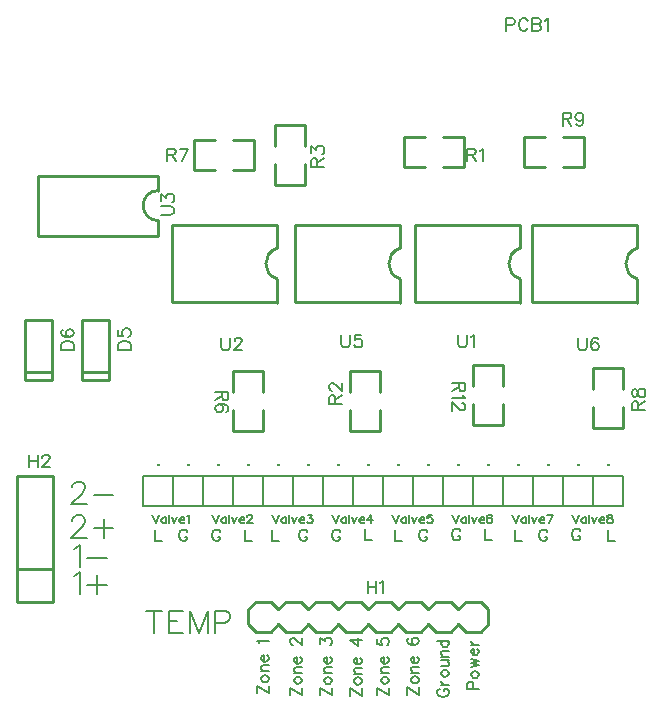
<source format=gto>
G04 ---------------------------- Layer name :TOP SILK LAYER*
G04 Sat, 24 Nov 2018 04:00:05 GMT*
G04 67e7144068ef4060983f5ba8a8309223*
G04 Gerber Generator version 0.2*
G04 Scale: 100 percent, Rotated: No, Reflected: No *
G04 Dimensions in inches *
G04 leading zeros omitted , absolute positions ,2 integer and 4 decimal *
%FSLAX24Y24*%
%MOIN*%
G90*
G70D02*

%ADD10C,0.010000*%
%ADD30C,0.009000*%
%ADD31C,0.008000*%
%ADD32C,0.007992*%
%ADD33C,0.007000*%

G04 ---------------------------- copperAreaA Start*

G04 ---------------------------- copperAreaA End*

G04 ---------------------------- planeZoneA Start*

G04 ---------------------------- planeZoneA End*

G04 ---------------------------- Positive polarity*

%LPD*%

G04 ---------------------------- track start*
G54D10*
G01X1200Y17600D02*
G01X1200Y15600D01*
G01X1200Y15600D02*
G01X5200Y15600D01*
G01X1200Y17600D02*
G01X5200Y17600D01*
G01X5200Y17600D02*
G01X5200Y17100D01*
G01X5200Y16100D02*
G01X5200Y15600D01*
G54D30*
G01X3550Y12800D02*
G01X3550Y10800D01*
G01X2650Y10800D01*
G01X2650Y12800D01*
G01X3550Y12800D01*
G01X3550Y11050D02*
G01X2650Y11050D01*
G01X1650Y12800D02*
G01X1650Y10800D01*
G01X750Y10800D01*
G01X750Y12800D01*
G01X1650Y12800D01*
G01X1650Y11050D02*
G01X750Y11050D01*
G54D10*
G01X21157Y13369D02*
G01X18064Y13369D01*
G01X17653Y13369D01*
G01X17653Y13369D02*
G01X17653Y15967D01*
G01X21157Y15967D02*
G01X17653Y15967D01*
G01X21157Y13365D02*
G01X21157Y14157D01*
G01X21157Y15173D02*
G01X21157Y15963D01*
G01X500Y3400D02*
G01X500Y7600D01*
G01X1700Y7600D01*
G01X1700Y3400D01*
G01X500Y3400D01*
G01X500Y4500D02*
G01X1700Y4500D01*
G01X8200Y2650D02*
G01X8200Y3150D01*
G01X15200Y3150D02*
G01X15450Y3400D01*
G01X15950Y3400D01*
G01X16200Y3150D01*
G01X16200Y2650D02*
G01X16200Y3150D01*
G01X8200Y2650D02*
G01X8450Y2400D01*
G01X8950Y2400D01*
G01X9200Y2650D01*
G01X8200Y3150D02*
G01X8450Y3400D01*
G01X8950Y3400D01*
G01X9200Y3150D01*
G01X9200Y2650D02*
G01X9450Y2400D01*
G01X9950Y2400D01*
G01X10200Y2650D01*
G01X9200Y3150D02*
G01X9450Y3400D01*
G01X9950Y3400D01*
G01X10200Y3150D01*
G01X10200Y2650D02*
G01X10450Y2400D01*
G01X10950Y2400D01*
G01X11200Y2650D01*
G01X10200Y3150D02*
G01X10450Y3400D01*
G01X10950Y3400D01*
G01X11200Y3150D01*
G01X11200Y2650D02*
G01X11450Y2400D01*
G01X11950Y2400D01*
G01X12200Y2650D01*
G01X11200Y3150D02*
G01X11450Y3400D01*
G01X11950Y3400D01*
G01X12200Y3150D01*
G01X12200Y2650D02*
G01X12450Y2400D01*
G01X12950Y2400D01*
G01X13200Y2650D01*
G01X12200Y3150D02*
G01X12450Y3400D01*
G01X12950Y3400D01*
G01X13200Y3150D01*
G01X13200Y2650D02*
G01X13450Y2400D01*
G01X13950Y2400D01*
G01X14200Y2650D01*
G01X13200Y3150D02*
G01X13450Y3400D01*
G01X13950Y3400D01*
G01X14200Y3150D01*
G01X14200Y2650D02*
G01X14450Y2400D01*
G01X14950Y2400D01*
G01X15200Y2650D01*
G01X14200Y3150D02*
G01X14450Y3400D01*
G01X14950Y3400D01*
G01X15200Y3150D01*
G01X15200Y2650D02*
G01X15450Y2400D01*
G01X15950Y2400D01*
G01X16200Y2650D01*
G01X10100Y18600D02*
G01X10100Y19300D01*
G01X9100Y19300D01*
G01X9100Y18600D01*
G01X9100Y18000D02*
G01X9100Y17300D01*
G01X10100Y17300D01*
G01X10100Y18000D01*
G01X14100Y18900D02*
G01X13400Y18900D01*
G01X13400Y17900D01*
G01X14100Y17900D01*
G01X14700Y17900D02*
G01X15400Y17900D01*
G01X15400Y18900D01*
G01X14700Y18900D01*
G01X18100Y18900D02*
G01X17400Y18900D01*
G01X17400Y17900D01*
G01X18100Y17900D01*
G01X18700Y17900D02*
G01X19400Y17900D01*
G01X19400Y18900D01*
G01X18700Y18900D01*
G01X8700Y10400D02*
G01X8700Y11100D01*
G01X7700Y11100D01*
G01X7700Y10400D01*
G01X7700Y9800D02*
G01X7700Y9100D01*
G01X8700Y9100D01*
G01X8700Y9800D01*
G01X9157Y13369D02*
G01X6064Y13369D01*
G01X5653Y13369D01*
G01X5653Y13369D02*
G01X5653Y15967D01*
G01X9157Y15967D02*
G01X5653Y15967D01*
G01X9157Y13365D02*
G01X9157Y14157D01*
G01X9157Y15173D02*
G01X9157Y15963D01*
G01X7100Y18800D02*
G01X6400Y18800D01*
G01X6400Y17800D01*
G01X7100Y17800D01*
G01X7700Y17800D02*
G01X8400Y17800D01*
G01X8400Y18800D01*
G01X7700Y18800D01*
G01X12600Y10400D02*
G01X12600Y11100D01*
G01X11600Y11100D01*
G01X11600Y10400D01*
G01X11600Y9800D02*
G01X11600Y9100D01*
G01X12600Y9100D01*
G01X12600Y9800D01*
G01X13257Y13369D02*
G01X10164Y13369D01*
G01X9753Y13369D01*
G01X9753Y13369D02*
G01X9753Y15967D01*
G01X13257Y15967D02*
G01X9753Y15967D01*
G01X13257Y13365D02*
G01X13257Y14157D01*
G01X13257Y15173D02*
G01X13257Y15963D01*
G01X16700Y10600D02*
G01X16700Y11300D01*
G01X15700Y11300D01*
G01X15700Y10600D01*
G01X15700Y10000D02*
G01X15700Y9300D01*
G01X16700Y9300D01*
G01X16700Y10000D01*
G01X17257Y13369D02*
G01X14164Y13369D01*
G01X13753Y13369D01*
G01X13753Y13369D02*
G01X13753Y15967D01*
G01X17257Y15967D02*
G01X13753Y15967D01*
G01X17257Y13365D02*
G01X17257Y14157D01*
G01X17257Y15173D02*
G01X17257Y15963D01*
G01X20700Y10500D02*
G01X20700Y11200D01*
G01X19700Y11200D01*
G01X19700Y10500D01*
G01X19700Y9900D02*
G01X19700Y9200D01*
G01X20700Y9200D01*
G01X20700Y9900D01*
G54D31*
G01X18700Y6600D02*
G01X17700Y6600D01*
G01X17700Y7600D01*
G01X18700Y7600D01*
G01X18700Y6850D01*
G54D32*
G01X18700Y6600D02*
G01X18700Y6850D01*
G54D31*
G01X17700Y6600D02*
G01X16700Y6600D01*
G01X16700Y7600D01*
G01X17700Y7600D01*
G01X17700Y6850D01*
G54D32*
G01X17700Y6600D02*
G01X17700Y6850D01*
G54D31*
G01X15700Y6600D02*
G01X14700Y6600D01*
G01X14700Y7600D01*
G01X15700Y7600D01*
G01X15700Y6850D01*
G54D32*
G01X15700Y6600D02*
G01X15700Y6850D01*
G54D31*
G01X16700Y6600D02*
G01X15700Y6600D01*
G01X15700Y7600D01*
G01X16700Y7600D01*
G01X16700Y6850D01*
G54D32*
G01X16700Y6600D02*
G01X16700Y6850D01*
G54D31*
G01X11700Y6600D02*
G01X10700Y6600D01*
G01X10700Y7600D01*
G01X11700Y7600D01*
G01X11700Y6850D01*
G54D32*
G01X11700Y6600D02*
G01X11700Y6850D01*
G54D31*
G01X12700Y6600D02*
G01X11700Y6600D01*
G01X11700Y7600D01*
G01X12700Y7600D01*
G01X12700Y6850D01*
G54D32*
G01X12700Y6600D02*
G01X12700Y6850D01*
G54D31*
G01X7700Y6600D02*
G01X6700Y6600D01*
G01X6700Y7600D01*
G01X7700Y7600D01*
G01X7700Y6850D01*
G54D32*
G01X7700Y6600D02*
G01X7700Y6850D01*
G54D31*
G01X8700Y6600D02*
G01X7700Y6600D01*
G01X7700Y7600D01*
G01X8700Y7600D01*
G01X8700Y6850D01*
G54D32*
G01X8700Y6600D02*
G01X8700Y6850D01*
G54D31*
G01X5700Y6600D02*
G01X4700Y6600D01*
G01X4700Y7600D01*
G01X5700Y7600D01*
G01X5700Y6850D01*
G54D32*
G01X5700Y6600D02*
G01X5700Y6850D01*
G54D31*
G01X6700Y6600D02*
G01X5700Y6600D01*
G01X5700Y7600D01*
G01X6700Y7600D01*
G01X6700Y6850D01*
G54D32*
G01X6700Y6600D02*
G01X6700Y6850D01*
G54D31*
G01X19700Y6600D02*
G01X18700Y6600D01*
G01X18700Y7600D01*
G01X19700Y7600D01*
G01X19700Y6850D01*
G54D32*
G01X19700Y6600D02*
G01X19700Y6850D01*
G54D31*
G01X20700Y6600D02*
G01X19700Y6600D01*
G01X19700Y7600D01*
G01X20700Y7600D01*
G01X20700Y6850D01*
G54D32*
G01X20700Y6600D02*
G01X20700Y6850D01*
G54D31*
G01X14700Y6600D02*
G01X13700Y6600D01*
G01X13700Y7600D01*
G01X14700Y7600D01*
G01X14700Y6850D01*
G54D32*
G01X14700Y6600D02*
G01X14700Y6850D01*
G54D31*
G01X13700Y6600D02*
G01X12700Y6600D01*
G01X12700Y7600D01*
G01X13700Y7600D01*
G01X13700Y6850D01*
G54D32*
G01X13700Y6600D02*
G01X13700Y6850D01*
G54D31*
G01X10700Y6600D02*
G01X9700Y6600D01*
G01X9700Y7600D01*
G01X10700Y7600D01*
G01X10700Y6850D01*
G54D32*
G01X10700Y6600D02*
G01X10700Y6850D01*
G54D31*
G01X9700Y6600D02*
G01X8700Y6600D01*
G01X8700Y7600D01*
G01X9700Y7600D01*
G01X9700Y6850D01*
G54D32*
G01X9700Y6600D02*
G01X9700Y6850D01*

G04 ---------------------------- track end*

G04 ---------------------------- text start*
G54D33*
G01X15428Y10700D02*
G01X15000Y10700D01*
G01X15428Y10700D02*
G01X15428Y10516D01*
G01X15409Y10455D01*
G01X15389Y10434D01*
G01X15347Y10414D01*
G01X15306Y10414D01*
G01X15265Y10434D01*
G01X15244Y10455D01*
G01X15225Y10516D01*
G01X15225Y10700D01*
G01X15225Y10557D02*
G01X15000Y10414D01*
G01X15347Y10279D02*
G01X15368Y10238D01*
G01X15428Y10176D01*
G01X15000Y10176D01*
G01X15327Y10021D02*
G01X15347Y10021D01*
G01X15389Y10000D01*
G01X15409Y9980D01*
G01X15428Y9939D01*
G01X15428Y9857D01*
G01X15409Y9816D01*
G01X15389Y9796D01*
G01X15347Y9775D01*
G01X15306Y9775D01*
G01X15265Y9796D01*
G01X15203Y9837D01*
G01X15000Y10041D01*
G01X15000Y9755D01*
G01X5300Y16291D02*
G01X5606Y16291D01*
G01X5668Y16311D01*
G01X5709Y16352D01*
G01X5729Y16414D01*
G01X5729Y16455D01*
G01X5709Y16516D01*
G01X5668Y16557D01*
G01X5606Y16577D01*
G01X5300Y16577D01*
G01X5300Y16753D02*
G01X5300Y16978D01*
G01X5463Y16856D01*
G01X5463Y16917D01*
G01X5484Y16958D01*
G01X5504Y16978D01*
G01X5565Y16999D01*
G01X5606Y16999D01*
G01X5668Y16978D01*
G01X5709Y16937D01*
G01X5729Y16876D01*
G01X5729Y16815D01*
G01X5709Y16753D01*
G01X5688Y16733D01*
G01X5647Y16712D01*
G01X3855Y11800D02*
G01X4284Y11800D01*
G01X3855Y11800D02*
G01X3855Y11942D01*
G01X3875Y12005D01*
G01X3915Y12044D01*
G01X3957Y12065D01*
G01X4017Y12086D01*
G01X4119Y12086D01*
G01X4182Y12065D01*
G01X4223Y12044D01*
G01X4263Y12005D01*
G01X4284Y11942D01*
G01X4284Y11800D01*
G01X3855Y12467D02*
G01X3855Y12261D01*
G01X4038Y12242D01*
G01X4017Y12261D01*
G01X3998Y12323D01*
G01X3998Y12384D01*
G01X4017Y12446D01*
G01X4059Y12486D01*
G01X4119Y12507D01*
G01X4161Y12507D01*
G01X4223Y12486D01*
G01X4263Y12446D01*
G01X4284Y12384D01*
G01X4284Y12323D01*
G01X4263Y12261D01*
G01X4242Y12242D01*
G01X4201Y12221D01*
G01X1955Y11800D02*
G01X2384Y11800D01*
G01X1955Y11800D02*
G01X1955Y11942D01*
G01X1975Y12005D01*
G01X2015Y12044D01*
G01X2057Y12065D01*
G01X2117Y12086D01*
G01X2219Y12086D01*
G01X2282Y12065D01*
G01X2323Y12044D01*
G01X2363Y12005D01*
G01X2384Y11942D01*
G01X2384Y11800D01*
G01X2015Y12467D02*
G01X1975Y12446D01*
G01X1955Y12384D01*
G01X1955Y12344D01*
G01X1975Y12282D01*
G01X2036Y12242D01*
G01X2138Y12221D01*
G01X2240Y12221D01*
G01X2323Y12242D01*
G01X2363Y12282D01*
G01X2384Y12344D01*
G01X2384Y12365D01*
G01X2363Y12426D01*
G01X2323Y12467D01*
G01X2261Y12486D01*
G01X2240Y12486D01*
G01X2180Y12467D01*
G01X2138Y12426D01*
G01X2117Y12365D01*
G01X2117Y12344D01*
G01X2138Y12282D01*
G01X2180Y12242D01*
G01X2240Y12221D01*
G01X19200Y12200D02*
G01X19200Y11894D01*
G01X19219Y11832D01*
G01X19260Y11790D01*
G01X19322Y11771D01*
G01X19364Y11771D01*
G01X19425Y11790D01*
G01X19465Y11832D01*
G01X19485Y11894D01*
G01X19485Y12200D01*
G01X19867Y12138D02*
G01X19846Y12180D01*
G01X19785Y12200D01*
G01X19743Y12200D01*
G01X19682Y12180D01*
G01X19642Y12119D01*
G01X19621Y12015D01*
G01X19621Y11913D01*
G01X19642Y11832D01*
G01X19682Y11790D01*
G01X19743Y11771D01*
G01X19764Y11771D01*
G01X19826Y11790D01*
G01X19867Y11832D01*
G01X19886Y11894D01*
G01X19886Y11913D01*
G01X19867Y11975D01*
G01X19826Y12015D01*
G01X19764Y12036D01*
G01X19743Y12036D01*
G01X19682Y12015D01*
G01X19642Y11975D01*
G01X19621Y11913D01*
G01X899Y8299D02*
G01X899Y7870D01*
G01X1185Y8299D02*
G01X1185Y7870D01*
G01X899Y8095D02*
G01X1185Y8095D01*
G01X1341Y8197D02*
G01X1341Y8218D01*
G01X1361Y8259D01*
G01X1382Y8279D01*
G01X1423Y8299D01*
G01X1504Y8299D01*
G01X1545Y8279D01*
G01X1566Y8259D01*
G01X1586Y8218D01*
G01X1586Y8177D01*
G01X1566Y8136D01*
G01X1525Y8074D01*
G01X1320Y7870D01*
G01X1607Y7870D01*
G01X12176Y4099D02*
G01X12176Y3670D01*
G01X12461Y4099D02*
G01X12461Y3670D01*
G01X12176Y3895D02*
G01X12461Y3895D01*
G01X12597Y4018D02*
G01X12638Y4038D01*
G01X12700Y4099D01*
G01X12700Y3670D01*
G01X10300Y17892D02*
G01X10729Y17892D01*
G01X10300Y17892D02*
G01X10300Y18076D01*
G01X10320Y18136D01*
G01X10340Y18157D01*
G01X10381Y18178D01*
G01X10422Y18178D01*
G01X10463Y18157D01*
G01X10484Y18136D01*
G01X10504Y18076D01*
G01X10504Y17892D01*
G01X10504Y18034D02*
G01X10729Y18178D01*
G01X10300Y18353D02*
G01X10300Y18578D01*
G01X10463Y18457D01*
G01X10463Y18517D01*
G01X10484Y18559D01*
G01X10504Y18578D01*
G01X10565Y18600D01*
G01X10606Y18600D01*
G01X10668Y18578D01*
G01X10709Y18538D01*
G01X10729Y18477D01*
G01X10729Y18415D01*
G01X10709Y18353D01*
G01X10688Y18334D01*
G01X10647Y18313D01*
G01X15500Y18500D02*
G01X15500Y18071D01*
G01X15500Y18500D02*
G01X15684Y18500D01*
G01X15745Y18480D01*
G01X15766Y18459D01*
G01X15786Y18419D01*
G01X15786Y18378D01*
G01X15766Y18336D01*
G01X15745Y18315D01*
G01X15684Y18296D01*
G01X15500Y18296D01*
G01X15643Y18296D02*
G01X15786Y18071D01*
G01X15921Y18419D02*
G01X15962Y18438D01*
G01X16024Y18500D01*
G01X16024Y18071D01*
G01X18686Y19690D02*
G01X18686Y19261D01*
G01X18686Y19690D02*
G01X18871Y19690D01*
G01X18931Y19670D01*
G01X18952Y19650D01*
G01X18972Y19609D01*
G01X18972Y19568D01*
G01X18952Y19527D01*
G01X18931Y19506D01*
G01X18871Y19486D01*
G01X18686Y19486D01*
G01X18830Y19486D02*
G01X18972Y19261D01*
G01X19373Y19547D02*
G01X19353Y19486D01*
G01X19313Y19445D01*
G01X19252Y19425D01*
G01X19231Y19425D01*
G01X19169Y19445D01*
G01X19128Y19486D01*
G01X19107Y19547D01*
G01X19107Y19568D01*
G01X19128Y19629D01*
G01X19169Y19670D01*
G01X19231Y19690D01*
G01X19252Y19690D01*
G01X19313Y19670D01*
G01X19353Y19629D01*
G01X19373Y19547D01*
G01X19373Y19445D01*
G01X19353Y19343D01*
G01X19313Y19281D01*
G01X19252Y19261D01*
G01X19210Y19261D01*
G01X19148Y19281D01*
G01X19128Y19322D01*
G01X7529Y10400D02*
G01X7100Y10400D01*
G01X7529Y10400D02*
G01X7529Y10216D01*
G01X7509Y10155D01*
G01X7489Y10134D01*
G01X7448Y10114D01*
G01X7407Y10114D01*
G01X7366Y10134D01*
G01X7345Y10155D01*
G01X7325Y10216D01*
G01X7325Y10400D01*
G01X7325Y10257D02*
G01X7100Y10114D01*
G01X7468Y9733D02*
G01X7509Y9754D01*
G01X7529Y9815D01*
G01X7529Y9856D01*
G01X7509Y9917D01*
G01X7448Y9958D01*
G01X7345Y9979D01*
G01X7243Y9979D01*
G01X7161Y9958D01*
G01X7120Y9917D01*
G01X7100Y9856D01*
G01X7100Y9835D01*
G01X7120Y9774D01*
G01X7161Y9733D01*
G01X7223Y9713D01*
G01X7243Y9713D01*
G01X7304Y9733D01*
G01X7345Y9774D01*
G01X7366Y9835D01*
G01X7366Y9856D01*
G01X7345Y9917D01*
G01X7304Y9958D01*
G01X7243Y9979D01*
G01X11300Y12300D02*
G01X11300Y11994D01*
G01X11319Y11932D01*
G01X11360Y11890D01*
G01X11422Y11871D01*
G01X11464Y11871D01*
G01X11525Y11890D01*
G01X11565Y11932D01*
G01X11585Y11994D01*
G01X11585Y12300D01*
G01X11967Y12300D02*
G01X11761Y12300D01*
G01X11742Y12115D01*
G01X11761Y12136D01*
G01X11823Y12157D01*
G01X11885Y12157D01*
G01X11946Y12136D01*
G01X11986Y12096D01*
G01X12007Y12034D01*
G01X12007Y11994D01*
G01X11986Y11932D01*
G01X11946Y11890D01*
G01X11885Y11871D01*
G01X11823Y11871D01*
G01X11761Y11890D01*
G01X11742Y11911D01*
G01X11721Y11953D01*
G01X5500Y18500D02*
G01X5500Y18071D01*
G01X5500Y18500D02*
G01X5684Y18500D01*
G01X5744Y18480D01*
G01X5765Y18460D01*
G01X5785Y18419D01*
G01X5785Y18378D01*
G01X5765Y18337D01*
G01X5744Y18316D01*
G01X5684Y18296D01*
G01X5500Y18296D01*
G01X5643Y18296D02*
G01X5785Y18071D01*
G01X6207Y18500D02*
G01X6002Y18071D01*
G01X5921Y18500D02*
G01X6207Y18500D01*
G01X10900Y9992D02*
G01X11328Y9992D01*
G01X10900Y9992D02*
G01X10900Y10176D01*
G01X10919Y10236D01*
G01X10939Y10257D01*
G01X10981Y10278D01*
G01X11022Y10278D01*
G01X11063Y10257D01*
G01X11084Y10236D01*
G01X11103Y10176D01*
G01X11103Y9992D01*
G01X11103Y10134D02*
G01X11328Y10278D01*
G01X11002Y10434D02*
G01X10981Y10434D01*
G01X10939Y10453D01*
G01X10919Y10475D01*
G01X10900Y10515D01*
G01X10900Y10596D01*
G01X10919Y10638D01*
G01X10939Y10659D01*
G01X10981Y10678D01*
G01X11022Y10678D01*
G01X11063Y10659D01*
G01X11125Y10617D01*
G01X11328Y10413D01*
G01X11328Y10700D01*
G01X7300Y12200D02*
G01X7300Y11894D01*
G01X7319Y11832D01*
G01X7360Y11790D01*
G01X7422Y11771D01*
G01X7464Y11771D01*
G01X7525Y11790D01*
G01X7565Y11832D01*
G01X7585Y11894D01*
G01X7585Y12200D01*
G01X7742Y12098D02*
G01X7742Y12119D01*
G01X7761Y12159D01*
G01X7782Y12180D01*
G01X7823Y12200D01*
G01X7905Y12200D01*
G01X7946Y12180D01*
G01X7967Y12159D01*
G01X7986Y12119D01*
G01X7986Y12078D01*
G01X7967Y12036D01*
G01X7926Y11975D01*
G01X7721Y11771D01*
G01X8007Y11771D01*
G01X15200Y12300D02*
G01X15200Y11994D01*
G01X15219Y11932D01*
G01X15260Y11890D01*
G01X15322Y11871D01*
G01X15364Y11871D01*
G01X15425Y11890D01*
G01X15465Y11932D01*
G01X15485Y11994D01*
G01X15485Y12300D01*
G01X15621Y12219D02*
G01X15661Y12238D01*
G01X15723Y12300D01*
G01X15723Y11871D01*
G01X20999Y9792D02*
G01X21428Y9792D01*
G01X20999Y9792D02*
G01X20999Y9976D01*
G01X21019Y10036D01*
G01X21039Y10057D01*
G01X21080Y10078D01*
G01X21121Y10078D01*
G01X21162Y10057D01*
G01X21183Y10036D01*
G01X21203Y9976D01*
G01X21203Y9792D01*
G01X21203Y9934D02*
G01X21428Y10078D01*
G01X20999Y10315D02*
G01X21019Y10253D01*
G01X21060Y10234D01*
G01X21101Y10234D01*
G01X21142Y10253D01*
G01X21162Y10294D01*
G01X21183Y10376D01*
G01X21203Y10438D01*
G01X21244Y10478D01*
G01X21285Y10500D01*
G01X21346Y10500D01*
G01X21387Y10478D01*
G01X21408Y10459D01*
G01X21428Y10396D01*
G01X21428Y10315D01*
G01X21408Y10253D01*
G01X21387Y10234D01*
G01X21346Y10213D01*
G01X21285Y10213D01*
G01X21244Y10234D01*
G01X21203Y10275D01*
G01X21183Y10336D01*
G01X21162Y10417D01*
G01X21142Y10459D01*
G01X21101Y10478D01*
G01X21060Y10478D01*
G01X21019Y10459D01*
G01X20999Y10396D01*
G01X20999Y10315D01*
G01X16800Y22844D02*
G01X16800Y22415D01*
G01X16800Y22844D02*
G01X16984Y22844D01*
G01X17044Y22825D01*
G01X17065Y22805D01*
G01X17085Y22763D01*
G01X17085Y22702D01*
G01X17065Y22661D01*
G01X17044Y22640D01*
G01X16984Y22619D01*
G01X16800Y22619D01*
G01X17527Y22742D02*
G01X17507Y22784D01*
G01X17467Y22825D01*
G01X17426Y22844D01*
G01X17343Y22844D01*
G01X17302Y22825D01*
G01X17261Y22784D01*
G01X17242Y22742D01*
G01X17221Y22682D01*
G01X17221Y22580D01*
G01X17242Y22517D01*
G01X17261Y22477D01*
G01X17302Y22436D01*
G01X17343Y22415D01*
G01X17426Y22415D01*
G01X17467Y22436D01*
G01X17507Y22477D01*
G01X17527Y22517D01*
G01X17663Y22844D02*
G01X17663Y22415D01*
G01X17663Y22844D02*
G01X17847Y22844D01*
G01X17909Y22825D01*
G01X17928Y22805D01*
G01X17950Y22763D01*
G01X17950Y22723D01*
G01X17928Y22682D01*
G01X17909Y22661D01*
G01X17847Y22640D01*
G01X17663Y22640D02*
G01X17847Y22640D01*
G01X17909Y22619D01*
G01X17928Y22600D01*
G01X17950Y22559D01*
G01X17950Y22498D01*
G01X17928Y22457D01*
G01X17909Y22436D01*
G01X17847Y22415D01*
G01X17663Y22415D01*
G01X18085Y22763D02*
G01X18125Y22784D01*
G01X18186Y22844D01*
G01X18186Y22415D01*
G01X18219Y7978D02*
G01X18200Y7957D01*
G01X18219Y7936D01*
G01X18240Y7957D01*
G01X18219Y7978D01*
G01X17219Y7978D02*
G01X17200Y7957D01*
G01X17219Y7936D01*
G01X17240Y7957D01*
G01X17219Y7978D01*
G01X15219Y7978D02*
G01X15200Y7957D01*
G01X15219Y7936D01*
G01X15240Y7957D01*
G01X15219Y7978D01*
G01X16219Y7978D02*
G01X16200Y7957D01*
G01X16219Y7936D01*
G01X16240Y7957D01*
G01X16219Y7978D01*
G01X11219Y7978D02*
G01X11200Y7957D01*
G01X11219Y7936D01*
G01X11240Y7957D01*
G01X11219Y7978D01*
G01X12219Y7978D02*
G01X12200Y7957D01*
G01X12219Y7936D01*
G01X12240Y7957D01*
G01X12219Y7978D01*
G01X7219Y7978D02*
G01X7200Y7957D01*
G01X7219Y7936D01*
G01X7240Y7957D01*
G01X7219Y7978D01*
G01X8219Y7978D02*
G01X8200Y7957D01*
G01X8219Y7936D01*
G01X8240Y7957D01*
G01X8219Y7978D01*
G01X5219Y7978D02*
G01X5200Y7957D01*
G01X5219Y7936D01*
G01X5240Y7957D01*
G01X5219Y7978D01*
G01X6219Y7978D02*
G01X6200Y7957D01*
G01X6219Y7936D01*
G01X6240Y7957D01*
G01X6219Y7978D01*
G01X19219Y7978D02*
G01X19200Y7957D01*
G01X19219Y7936D01*
G01X19240Y7957D01*
G01X19219Y7978D01*
G01X20219Y7978D02*
G01X20200Y7957D01*
G01X20219Y7936D01*
G01X20240Y7957D01*
G01X20219Y7978D01*
G01X14219Y7978D02*
G01X14200Y7957D01*
G01X14219Y7936D01*
G01X14240Y7957D01*
G01X14219Y7978D01*
G01X13219Y7978D02*
G01X13200Y7957D01*
G01X13219Y7936D01*
G01X13240Y7957D01*
G01X13219Y7978D01*
G01X10219Y7978D02*
G01X10200Y7957D01*
G01X10219Y7936D01*
G01X10240Y7957D01*
G01X10219Y7978D01*
G01X9219Y7978D02*
G01X9200Y7957D01*
G01X9219Y7936D01*
G01X9240Y7957D01*
G01X9219Y7978D01*
G54D31*
G01X5000Y6300D02*
G01X5109Y6013D01*
G01X5218Y6300D02*
G01X5109Y6013D01*
G01X5472Y6203D02*
G01X5472Y6013D01*
G01X5472Y6163D02*
G01X5444Y6190D01*
G01X5417Y6203D01*
G01X5376Y6203D01*
G01X5348Y6190D01*
G01X5322Y6163D01*
G01X5307Y6121D01*
G01X5307Y6094D01*
G01X5322Y6053D01*
G01X5348Y6026D01*
G01X5376Y6013D01*
G01X5417Y6013D01*
G01X5444Y6026D01*
G01X5472Y6053D01*
G01X5561Y6300D02*
G01X5561Y6013D01*
G01X5652Y6203D02*
G01X5734Y6013D01*
G01X5814Y6203D02*
G01X5734Y6013D01*
G01X5905Y6121D02*
G01X6068Y6121D01*
G01X6068Y6150D01*
G01X6055Y6176D01*
G01X6042Y6190D01*
G01X6014Y6203D01*
G01X5973Y6203D01*
G01X5946Y6190D01*
G01X5918Y6163D01*
G01X5905Y6121D01*
G01X5905Y6094D01*
G01X5918Y6053D01*
G01X5946Y6026D01*
G01X5973Y6013D01*
G01X6014Y6013D01*
G01X6042Y6026D01*
G01X6068Y6053D01*
G01X6159Y6244D02*
G01X6185Y6259D01*
G01X6227Y6300D01*
G01X6227Y6013D01*
G01X2336Y7218D02*
G01X2336Y7254D01*
G01X2373Y7327D01*
G01X2409Y7363D01*
G01X2482Y7399D01*
G01X2626Y7399D01*
G01X2700Y7363D01*
G01X2736Y7327D01*
G01X2773Y7254D01*
G01X2773Y7181D01*
G01X2736Y7108D01*
G01X2663Y6999D01*
G01X2300Y6636D01*
G01X2809Y6636D01*
G01X3048Y6963D02*
G01X3703Y6963D01*
G01X2336Y6090D02*
G01X2336Y6126D01*
G01X2373Y6200D01*
G01X2409Y6236D01*
G01X2482Y6271D01*
G01X2626Y6271D01*
G01X2700Y6236D01*
G01X2736Y6200D01*
G01X2773Y6126D01*
G01X2773Y6053D01*
G01X2736Y5980D01*
G01X2663Y5871D01*
G01X2300Y5509D01*
G01X2809Y5509D01*
G01X3376Y6163D02*
G01X3376Y5509D01*
G01X3048Y5836D02*
G01X3703Y5836D01*
G01X2400Y5154D02*
G01X2473Y5190D01*
G01X2582Y5299D01*
G01X2582Y4536D01*
G01X2821Y4863D02*
G01X3476Y4863D01*
G01X2400Y4255D02*
G01X2473Y4290D01*
G01X2582Y4400D01*
G01X2582Y3636D01*
G01X3148Y4290D02*
G01X3148Y3636D01*
G01X2821Y3963D02*
G01X3476Y3963D01*
G01X7000Y6300D02*
G01X7109Y6013D01*
G01X7218Y6300D02*
G01X7109Y6013D01*
G01X7472Y6203D02*
G01X7472Y6013D01*
G01X7472Y6163D02*
G01X7444Y6190D01*
G01X7417Y6203D01*
G01X7376Y6203D01*
G01X7348Y6190D01*
G01X7322Y6163D01*
G01X7307Y6121D01*
G01X7307Y6094D01*
G01X7322Y6053D01*
G01X7348Y6026D01*
G01X7376Y6013D01*
G01X7417Y6013D01*
G01X7444Y6026D01*
G01X7472Y6053D01*
G01X7561Y6300D02*
G01X7561Y6013D01*
G01X7652Y6203D02*
G01X7734Y6013D01*
G01X7814Y6203D02*
G01X7734Y6013D01*
G01X7905Y6121D02*
G01X8068Y6121D01*
G01X8068Y6150D01*
G01X8055Y6176D01*
G01X8042Y6190D01*
G01X8014Y6203D01*
G01X7973Y6203D01*
G01X7946Y6190D01*
G01X7918Y6163D01*
G01X7905Y6121D01*
G01X7905Y6094D01*
G01X7918Y6053D01*
G01X7946Y6026D01*
G01X7973Y6013D01*
G01X8014Y6013D01*
G01X8042Y6026D01*
G01X8068Y6053D01*
G01X8172Y6230D02*
G01X8172Y6244D01*
G01X8185Y6271D01*
G01X8200Y6286D01*
G01X8227Y6300D01*
G01X8281Y6300D01*
G01X8309Y6286D01*
G01X8322Y6271D01*
G01X8335Y6244D01*
G01X8335Y6217D01*
G01X8322Y6190D01*
G01X8294Y6150D01*
G01X8159Y6013D01*
G01X8350Y6013D01*
G01X9000Y6300D02*
G01X9109Y6013D01*
G01X9218Y6300D02*
G01X9109Y6013D01*
G01X9472Y6203D02*
G01X9472Y6013D01*
G01X9472Y6163D02*
G01X9444Y6190D01*
G01X9417Y6203D01*
G01X9376Y6203D01*
G01X9348Y6190D01*
G01X9322Y6163D01*
G01X9307Y6121D01*
G01X9307Y6094D01*
G01X9322Y6053D01*
G01X9348Y6026D01*
G01X9376Y6013D01*
G01X9417Y6013D01*
G01X9444Y6026D01*
G01X9472Y6053D01*
G01X9561Y6300D02*
G01X9561Y6013D01*
G01X9652Y6203D02*
G01X9734Y6013D01*
G01X9814Y6203D02*
G01X9734Y6013D01*
G01X9905Y6121D02*
G01X10068Y6121D01*
G01X10068Y6150D01*
G01X10055Y6176D01*
G01X10042Y6190D01*
G01X10014Y6203D01*
G01X9973Y6203D01*
G01X9946Y6190D01*
G01X9918Y6163D01*
G01X9905Y6121D01*
G01X9905Y6094D01*
G01X9918Y6053D01*
G01X9946Y6026D01*
G01X9973Y6013D01*
G01X10014Y6013D01*
G01X10042Y6026D01*
G01X10068Y6053D01*
G01X10185Y6300D02*
G01X10335Y6300D01*
G01X10255Y6190D01*
G01X10294Y6190D01*
G01X10322Y6176D01*
G01X10335Y6163D01*
G01X10350Y6121D01*
G01X10350Y6094D01*
G01X10335Y6053D01*
G01X10309Y6026D01*
G01X10268Y6013D01*
G01X10227Y6013D01*
G01X10185Y6026D01*
G01X10172Y6040D01*
G01X10159Y6067D01*
G01X11000Y6300D02*
G01X11109Y6013D01*
G01X11218Y6300D02*
G01X11109Y6013D01*
G01X11472Y6203D02*
G01X11472Y6013D01*
G01X11472Y6163D02*
G01X11444Y6190D01*
G01X11417Y6203D01*
G01X11376Y6203D01*
G01X11348Y6190D01*
G01X11322Y6163D01*
G01X11307Y6121D01*
G01X11307Y6094D01*
G01X11322Y6053D01*
G01X11348Y6026D01*
G01X11376Y6013D01*
G01X11417Y6013D01*
G01X11444Y6026D01*
G01X11472Y6053D01*
G01X11561Y6300D02*
G01X11561Y6013D01*
G01X11652Y6203D02*
G01X11734Y6013D01*
G01X11814Y6203D02*
G01X11734Y6013D01*
G01X11905Y6121D02*
G01X12068Y6121D01*
G01X12068Y6150D01*
G01X12055Y6176D01*
G01X12042Y6190D01*
G01X12014Y6203D01*
G01X11973Y6203D01*
G01X11946Y6190D01*
G01X11918Y6163D01*
G01X11905Y6121D01*
G01X11905Y6094D01*
G01X11918Y6053D01*
G01X11946Y6026D01*
G01X11973Y6013D01*
G01X12014Y6013D01*
G01X12042Y6026D01*
G01X12068Y6053D01*
G01X12294Y6300D02*
G01X12159Y6109D01*
G01X12364Y6109D01*
G01X12294Y6300D02*
G01X12294Y6013D01*
G01X13000Y6300D02*
G01X13109Y6013D01*
G01X13218Y6300D02*
G01X13109Y6013D01*
G01X13472Y6203D02*
G01X13472Y6013D01*
G01X13472Y6163D02*
G01X13444Y6190D01*
G01X13417Y6203D01*
G01X13376Y6203D01*
G01X13348Y6190D01*
G01X13322Y6163D01*
G01X13307Y6121D01*
G01X13307Y6094D01*
G01X13322Y6053D01*
G01X13348Y6026D01*
G01X13376Y6013D01*
G01X13417Y6013D01*
G01X13444Y6026D01*
G01X13472Y6053D01*
G01X13561Y6300D02*
G01X13561Y6013D01*
G01X13652Y6203D02*
G01X13734Y6013D01*
G01X13814Y6203D02*
G01X13734Y6013D01*
G01X13905Y6121D02*
G01X14068Y6121D01*
G01X14068Y6150D01*
G01X14055Y6176D01*
G01X14042Y6190D01*
G01X14014Y6203D01*
G01X13973Y6203D01*
G01X13946Y6190D01*
G01X13918Y6163D01*
G01X13905Y6121D01*
G01X13905Y6094D01*
G01X13918Y6053D01*
G01X13946Y6026D01*
G01X13973Y6013D01*
G01X14014Y6013D01*
G01X14042Y6026D01*
G01X14068Y6053D01*
G01X14322Y6300D02*
G01X14185Y6300D01*
G01X14172Y6176D01*
G01X14185Y6190D01*
G01X14227Y6203D01*
G01X14268Y6203D01*
G01X14309Y6190D01*
G01X14335Y6163D01*
G01X14350Y6121D01*
G01X14350Y6094D01*
G01X14335Y6053D01*
G01X14309Y6026D01*
G01X14268Y6013D01*
G01X14227Y6013D01*
G01X14185Y6026D01*
G01X14172Y6040D01*
G01X14159Y6067D01*
G01X15000Y6300D02*
G01X15109Y6013D01*
G01X15218Y6300D02*
G01X15109Y6013D01*
G01X15472Y6203D02*
G01X15472Y6013D01*
G01X15472Y6163D02*
G01X15444Y6190D01*
G01X15417Y6203D01*
G01X15376Y6203D01*
G01X15348Y6190D01*
G01X15322Y6163D01*
G01X15307Y6121D01*
G01X15307Y6094D01*
G01X15322Y6053D01*
G01X15348Y6026D01*
G01X15376Y6013D01*
G01X15417Y6013D01*
G01X15444Y6026D01*
G01X15472Y6053D01*
G01X15561Y6300D02*
G01X15561Y6013D01*
G01X15652Y6203D02*
G01X15734Y6013D01*
G01X15814Y6203D02*
G01X15734Y6013D01*
G01X15905Y6121D02*
G01X16068Y6121D01*
G01X16068Y6150D01*
G01X16055Y6176D01*
G01X16042Y6190D01*
G01X16014Y6203D01*
G01X15973Y6203D01*
G01X15946Y6190D01*
G01X15918Y6163D01*
G01X15905Y6121D01*
G01X15905Y6094D01*
G01X15918Y6053D01*
G01X15946Y6026D01*
G01X15973Y6013D01*
G01X16014Y6013D01*
G01X16042Y6026D01*
G01X16068Y6053D01*
G01X16322Y6259D02*
G01X16309Y6286D01*
G01X16268Y6300D01*
G01X16240Y6300D01*
G01X16200Y6286D01*
G01X16172Y6244D01*
G01X16159Y6176D01*
G01X16159Y6109D01*
G01X16172Y6053D01*
G01X16200Y6026D01*
G01X16240Y6013D01*
G01X16255Y6013D01*
G01X16294Y6026D01*
G01X16322Y6053D01*
G01X16335Y6094D01*
G01X16335Y6109D01*
G01X16322Y6150D01*
G01X16294Y6176D01*
G01X16255Y6190D01*
G01X16240Y6190D01*
G01X16200Y6176D01*
G01X16172Y6150D01*
G01X16159Y6109D01*
G01X17000Y6300D02*
G01X17109Y6013D01*
G01X17218Y6300D02*
G01X17109Y6013D01*
G01X17472Y6203D02*
G01X17472Y6013D01*
G01X17472Y6163D02*
G01X17444Y6190D01*
G01X17417Y6203D01*
G01X17376Y6203D01*
G01X17348Y6190D01*
G01X17322Y6163D01*
G01X17307Y6121D01*
G01X17307Y6094D01*
G01X17322Y6053D01*
G01X17348Y6026D01*
G01X17376Y6013D01*
G01X17417Y6013D01*
G01X17444Y6026D01*
G01X17472Y6053D01*
G01X17561Y6300D02*
G01X17561Y6013D01*
G01X17652Y6203D02*
G01X17734Y6013D01*
G01X17814Y6203D02*
G01X17734Y6013D01*
G01X17905Y6121D02*
G01X18068Y6121D01*
G01X18068Y6150D01*
G01X18055Y6176D01*
G01X18042Y6190D01*
G01X18014Y6203D01*
G01X17973Y6203D01*
G01X17946Y6190D01*
G01X17918Y6163D01*
G01X17905Y6121D01*
G01X17905Y6094D01*
G01X17918Y6053D01*
G01X17946Y6026D01*
G01X17973Y6013D01*
G01X18014Y6013D01*
G01X18042Y6026D01*
G01X18068Y6053D01*
G01X18350Y6300D02*
G01X18214Y6013D01*
G01X18159Y6300D02*
G01X18350Y6300D01*
G01X19000Y6300D02*
G01X19109Y6013D01*
G01X19218Y6300D02*
G01X19109Y6013D01*
G01X19472Y6203D02*
G01X19472Y6013D01*
G01X19472Y6163D02*
G01X19444Y6190D01*
G01X19417Y6203D01*
G01X19376Y6203D01*
G01X19348Y6190D01*
G01X19322Y6163D01*
G01X19307Y6121D01*
G01X19307Y6094D01*
G01X19322Y6053D01*
G01X19348Y6026D01*
G01X19376Y6013D01*
G01X19417Y6013D01*
G01X19444Y6026D01*
G01X19472Y6053D01*
G01X19561Y6300D02*
G01X19561Y6013D01*
G01X19652Y6203D02*
G01X19734Y6013D01*
G01X19814Y6203D02*
G01X19734Y6013D01*
G01X19905Y6121D02*
G01X20068Y6121D01*
G01X20068Y6150D01*
G01X20055Y6176D01*
G01X20042Y6190D01*
G01X20014Y6203D01*
G01X19973Y6203D01*
G01X19946Y6190D01*
G01X19918Y6163D01*
G01X19905Y6121D01*
G01X19905Y6094D01*
G01X19918Y6053D01*
G01X19946Y6026D01*
G01X19973Y6013D01*
G01X20014Y6013D01*
G01X20042Y6026D01*
G01X20068Y6053D01*
G01X20227Y6300D02*
G01X20185Y6286D01*
G01X20172Y6259D01*
G01X20172Y6230D01*
G01X20185Y6203D01*
G01X20214Y6190D01*
G01X20268Y6176D01*
G01X20309Y6163D01*
G01X20335Y6136D01*
G01X20350Y6109D01*
G01X20350Y6067D01*
G01X20335Y6040D01*
G01X20322Y6026D01*
G01X20281Y6013D01*
G01X20227Y6013D01*
G01X20185Y6026D01*
G01X20172Y6040D01*
G01X20159Y6067D01*
G01X20159Y6109D01*
G01X20172Y6136D01*
G01X20200Y6163D01*
G01X20240Y6176D01*
G01X20294Y6190D01*
G01X20322Y6203D01*
G01X20335Y6230D01*
G01X20335Y6259D01*
G01X20322Y6286D01*
G01X20281Y6300D01*
G01X20227Y6300D01*
G01X15500Y474D02*
G01X15882Y474D01*
G01X15500Y474D02*
G01X15500Y638D01*
G01X15518Y692D01*
G01X15536Y710D01*
G01X15573Y729D01*
G01X15627Y729D01*
G01X15663Y710D01*
G01X15682Y692D01*
G01X15700Y638D01*
G01X15700Y474D01*
G01X15627Y939D02*
G01X15645Y903D01*
G01X15682Y867D01*
G01X15736Y849D01*
G01X15773Y849D01*
G01X15827Y867D01*
G01X15863Y903D01*
G01X15882Y939D01*
G01X15882Y994D01*
G01X15863Y1030D01*
G01X15827Y1067D01*
G01X15773Y1085D01*
G01X15736Y1085D01*
G01X15682Y1067D01*
G01X15645Y1030D01*
G01X15627Y994D01*
G01X15627Y939D01*
G01X15627Y1205D02*
G01X15882Y1278D01*
G01X15627Y1350D02*
G01X15882Y1278D01*
G01X15627Y1350D02*
G01X15882Y1423D01*
G01X15627Y1496D02*
G01X15882Y1423D01*
G01X15736Y1616D02*
G01X15736Y1834D01*
G01X15700Y1834D01*
G01X15663Y1816D01*
G01X15645Y1798D01*
G01X15627Y1761D01*
G01X15627Y1707D01*
G01X15645Y1670D01*
G01X15682Y1634D01*
G01X15736Y1616D01*
G01X15773Y1616D01*
G01X15827Y1634D01*
G01X15863Y1670D01*
G01X15882Y1707D01*
G01X15882Y1761D01*
G01X15863Y1798D01*
G01X15827Y1834D01*
G01X15627Y1954D02*
G01X15882Y1954D01*
G01X15736Y1954D02*
G01X15682Y1972D01*
G01X15645Y2009D01*
G01X15627Y2045D01*
G01X15627Y2099D01*
G01X14591Y500D02*
G01X14554Y482D01*
G01X14518Y444D01*
G01X14500Y409D01*
G01X14500Y336D01*
G01X14518Y300D01*
G01X14554Y263D01*
G01X14591Y244D01*
G01X14645Y226D01*
G01X14736Y226D01*
G01X14791Y244D01*
G01X14827Y263D01*
G01X14863Y300D01*
G01X14882Y336D01*
G01X14882Y409D01*
G01X14863Y444D01*
G01X14827Y482D01*
G01X14791Y500D01*
G01X14736Y500D01*
G01X14736Y409D02*
G01X14736Y500D01*
G01X14627Y619D02*
G01X14882Y619D01*
G01X14736Y619D02*
G01X14682Y638D01*
G01X14645Y673D01*
G01X14627Y711D01*
G01X14627Y765D01*
G01X14627Y976D02*
G01X14645Y940D01*
G01X14682Y903D01*
G01X14736Y884D01*
G01X14773Y884D01*
G01X14827Y903D01*
G01X14863Y940D01*
G01X14882Y976D01*
G01X14882Y1030D01*
G01X14863Y1067D01*
G01X14827Y1103D01*
G01X14773Y1121D01*
G01X14736Y1121D01*
G01X14682Y1103D01*
G01X14645Y1067D01*
G01X14627Y1030D01*
G01X14627Y976D01*
G01X14627Y1242D02*
G01X14809Y1242D01*
G01X14863Y1259D01*
G01X14882Y1296D01*
G01X14882Y1351D01*
G01X14863Y1386D01*
G01X14809Y1442D01*
G01X14627Y1442D02*
G01X14882Y1442D01*
G01X14627Y1561D02*
G01X14882Y1561D01*
G01X14700Y1561D02*
G01X14645Y1615D01*
G01X14627Y1651D01*
G01X14627Y1707D01*
G01X14645Y1742D01*
G01X14700Y1761D01*
G01X14882Y1761D01*
G01X14500Y2100D02*
G01X14882Y2100D01*
G01X14682Y2100D02*
G01X14645Y2063D01*
G01X14627Y2026D01*
G01X14627Y1971D01*
G01X14645Y1936D01*
G01X14682Y1900D01*
G01X14736Y1882D01*
G01X14773Y1882D01*
G01X14827Y1900D01*
G01X14863Y1936D01*
G01X14882Y1971D01*
G01X14882Y2026D01*
G01X14863Y2063D01*
G01X14827Y2100D01*
G01X8500Y594D02*
G01X8882Y339D01*
G01X8500Y339D02*
G01X8500Y594D01*
G01X8882Y339D02*
G01X8882Y594D01*
G01X8627Y804D02*
G01X8645Y768D01*
G01X8682Y732D01*
G01X8736Y714D01*
G01X8773Y714D01*
G01X8827Y732D01*
G01X8863Y768D01*
G01X8882Y804D01*
G01X8882Y859D01*
G01X8863Y895D01*
G01X8827Y932D01*
G01X8773Y950D01*
G01X8736Y950D01*
G01X8682Y932D01*
G01X8645Y895D01*
G01X8627Y859D01*
G01X8627Y804D01*
G01X8627Y1070D02*
G01X8882Y1070D01*
G01X8700Y1070D02*
G01X8645Y1124D01*
G01X8627Y1161D01*
G01X8627Y1215D01*
G01X8645Y1252D01*
G01X8700Y1270D01*
G01X8882Y1270D01*
G01X8736Y1390D02*
G01X8736Y1608D01*
G01X8700Y1608D01*
G01X8663Y1590D01*
G01X8645Y1572D01*
G01X8627Y1535D01*
G01X8627Y1481D01*
G01X8645Y1444D01*
G01X8682Y1408D01*
G01X8736Y1390D01*
G01X8773Y1390D01*
G01X8827Y1408D01*
G01X8863Y1444D01*
G01X8882Y1481D01*
G01X8882Y1535D01*
G01X8863Y1572D01*
G01X8827Y1608D01*
G01X8573Y2008D02*
G01X8554Y2044D01*
G01X8500Y2099D01*
G01X8882Y2099D01*
G01X9600Y530D02*
G01X9982Y276D01*
G01X9600Y276D02*
G01X9600Y530D01*
G01X9982Y276D02*
G01X9982Y530D01*
G01X9727Y740D02*
G01X9745Y705D01*
G01X9782Y669D01*
G01X9836Y651D01*
G01X9873Y651D01*
G01X9927Y669D01*
G01X9963Y705D01*
G01X9982Y740D01*
G01X9982Y796D01*
G01X9963Y832D01*
G01X9927Y869D01*
G01X9873Y886D01*
G01X9836Y886D01*
G01X9782Y869D01*
G01X9745Y832D01*
G01X9727Y796D01*
G01X9727Y740D01*
G01X9727Y1007D02*
G01X9982Y1007D01*
G01X9800Y1007D02*
G01X9745Y1061D01*
G01X9727Y1098D01*
G01X9727Y1151D01*
G01X9745Y1188D01*
G01X9800Y1207D01*
G01X9982Y1207D01*
G01X9836Y1326D02*
G01X9836Y1544D01*
G01X9800Y1544D01*
G01X9763Y1526D01*
G01X9745Y1509D01*
G01X9727Y1471D01*
G01X9727Y1417D01*
G01X9745Y1380D01*
G01X9782Y1344D01*
G01X9836Y1326D01*
G01X9873Y1326D01*
G01X9927Y1344D01*
G01X9963Y1380D01*
G01X9982Y1417D01*
G01X9982Y1471D01*
G01X9963Y1509D01*
G01X9927Y1544D01*
G01X9691Y1963D02*
G01X9673Y1963D01*
G01X9636Y1980D01*
G01X9618Y2000D01*
G01X9600Y2036D01*
G01X9600Y2109D01*
G01X9618Y2144D01*
G01X9636Y2163D01*
G01X9673Y2180D01*
G01X9709Y2180D01*
G01X9745Y2163D01*
G01X9800Y2126D01*
G01X9982Y1944D01*
G01X9982Y2200D01*
G01X10600Y530D02*
G01X10982Y275D01*
G01X10600Y275D02*
G01X10600Y530D01*
G01X10982Y275D02*
G01X10982Y530D01*
G01X10727Y740D02*
G01X10745Y704D01*
G01X10782Y668D01*
G01X10836Y650D01*
G01X10873Y650D01*
G01X10927Y668D01*
G01X10963Y704D01*
G01X10982Y740D01*
G01X10982Y795D01*
G01X10963Y831D01*
G01X10927Y868D01*
G01X10873Y886D01*
G01X10836Y886D01*
G01X10782Y868D01*
G01X10745Y831D01*
G01X10727Y795D01*
G01X10727Y740D01*
G01X10727Y1006D02*
G01X10982Y1006D01*
G01X10800Y1006D02*
G01X10745Y1060D01*
G01X10727Y1097D01*
G01X10727Y1151D01*
G01X10745Y1188D01*
G01X10800Y1206D01*
G01X10982Y1206D01*
G01X10836Y1326D02*
G01X10836Y1544D01*
G01X10800Y1544D01*
G01X10763Y1526D01*
G01X10745Y1508D01*
G01X10727Y1471D01*
G01X10727Y1417D01*
G01X10745Y1380D01*
G01X10782Y1344D01*
G01X10836Y1326D01*
G01X10873Y1326D01*
G01X10927Y1344D01*
G01X10963Y1380D01*
G01X10982Y1417D01*
G01X10982Y1471D01*
G01X10963Y1508D01*
G01X10927Y1544D01*
G01X10600Y1980D02*
G01X10600Y2180D01*
G01X10745Y2071D01*
G01X10745Y2126D01*
G01X10763Y2162D01*
G01X10782Y2180D01*
G01X10836Y2199D01*
G01X10873Y2199D01*
G01X10927Y2180D01*
G01X10963Y2144D01*
G01X10982Y2090D01*
G01X10982Y2035D01*
G01X10963Y1980D01*
G01X10945Y1962D01*
G01X10909Y1944D01*
G01X11600Y513D02*
G01X11982Y257D01*
G01X11600Y257D02*
G01X11600Y513D01*
G01X11982Y257D02*
G01X11982Y513D01*
G01X11727Y723D02*
G01X11745Y686D01*
G01X11782Y651D01*
G01X11836Y632D01*
G01X11873Y632D01*
G01X11927Y651D01*
G01X11963Y686D01*
G01X11982Y723D01*
G01X11982Y778D01*
G01X11963Y813D01*
G01X11927Y851D01*
G01X11873Y869D01*
G01X11836Y869D01*
G01X11782Y851D01*
G01X11745Y813D01*
G01X11727Y778D01*
G01X11727Y723D01*
G01X11727Y988D02*
G01X11982Y988D01*
G01X11800Y988D02*
G01X11745Y1042D01*
G01X11727Y1080D01*
G01X11727Y1134D01*
G01X11745Y1171D01*
G01X11800Y1188D01*
G01X11982Y1188D01*
G01X11836Y1309D02*
G01X11836Y1526D01*
G01X11800Y1526D01*
G01X11763Y1509D01*
G01X11745Y1490D01*
G01X11727Y1453D01*
G01X11727Y1400D01*
G01X11745Y1363D01*
G01X11782Y1326D01*
G01X11836Y1309D01*
G01X11873Y1309D01*
G01X11927Y1326D01*
G01X11963Y1363D01*
G01X11982Y1400D01*
G01X11982Y1453D01*
G01X11963Y1490D01*
G01X11927Y1526D01*
G01X11600Y2109D02*
G01X11854Y1926D01*
G01X11854Y2200D01*
G01X11600Y2109D02*
G01X11982Y2109D01*
G01X12500Y530D02*
G01X12882Y276D01*
G01X12500Y276D02*
G01X12500Y530D01*
G01X12882Y276D02*
G01X12882Y530D01*
G01X12627Y740D02*
G01X12645Y705D01*
G01X12682Y669D01*
G01X12736Y651D01*
G01X12773Y651D01*
G01X12827Y669D01*
G01X12863Y705D01*
G01X12882Y740D01*
G01X12882Y796D01*
G01X12863Y832D01*
G01X12827Y869D01*
G01X12773Y886D01*
G01X12736Y886D01*
G01X12682Y869D01*
G01X12645Y832D01*
G01X12627Y796D01*
G01X12627Y740D01*
G01X12627Y1007D02*
G01X12882Y1007D01*
G01X12700Y1007D02*
G01X12645Y1061D01*
G01X12627Y1098D01*
G01X12627Y1151D01*
G01X12645Y1188D01*
G01X12700Y1207D01*
G01X12882Y1207D01*
G01X12736Y1326D02*
G01X12736Y1544D01*
G01X12700Y1544D01*
G01X12663Y1526D01*
G01X12645Y1509D01*
G01X12627Y1471D01*
G01X12627Y1417D01*
G01X12645Y1380D01*
G01X12682Y1344D01*
G01X12736Y1326D01*
G01X12773Y1326D01*
G01X12827Y1344D01*
G01X12863Y1380D01*
G01X12882Y1417D01*
G01X12882Y1471D01*
G01X12863Y1509D01*
G01X12827Y1544D01*
G01X12500Y2163D02*
G01X12500Y1980D01*
G01X12663Y1963D01*
G01X12645Y1980D01*
G01X12627Y2036D01*
G01X12627Y2090D01*
G01X12645Y2144D01*
G01X12682Y2180D01*
G01X12736Y2200D01*
G01X12773Y2200D01*
G01X12827Y2180D01*
G01X12863Y2144D01*
G01X12882Y2090D01*
G01X12882Y2036D01*
G01X12863Y1980D01*
G01X12845Y1963D01*
G01X12809Y1944D01*
G01X13500Y549D02*
G01X13882Y294D01*
G01X13500Y294D02*
G01X13500Y549D01*
G01X13882Y294D02*
G01X13882Y549D01*
G01X13627Y759D02*
G01X13645Y723D01*
G01X13682Y687D01*
G01X13736Y669D01*
G01X13773Y669D01*
G01X13827Y687D01*
G01X13863Y723D01*
G01X13882Y759D01*
G01X13882Y814D01*
G01X13863Y850D01*
G01X13827Y887D01*
G01X13773Y905D01*
G01X13736Y905D01*
G01X13682Y887D01*
G01X13645Y850D01*
G01X13627Y814D01*
G01X13627Y759D01*
G01X13627Y1025D02*
G01X13882Y1025D01*
G01X13700Y1025D02*
G01X13645Y1079D01*
G01X13627Y1116D01*
G01X13627Y1170D01*
G01X13645Y1207D01*
G01X13700Y1225D01*
G01X13882Y1225D01*
G01X13736Y1345D02*
G01X13736Y1563D01*
G01X13700Y1563D01*
G01X13663Y1545D01*
G01X13645Y1527D01*
G01X13627Y1490D01*
G01X13627Y1436D01*
G01X13645Y1399D01*
G01X13682Y1363D01*
G01X13736Y1345D01*
G01X13773Y1345D01*
G01X13827Y1363D01*
G01X13863Y1399D01*
G01X13882Y1436D01*
G01X13882Y1490D01*
G01X13863Y1527D01*
G01X13827Y1563D01*
G01X13554Y2181D02*
G01X13518Y2163D01*
G01X13500Y2109D01*
G01X13500Y2072D01*
G01X13518Y2018D01*
G01X13573Y1981D01*
G01X13663Y1963D01*
G01X13754Y1963D01*
G01X13827Y1981D01*
G01X13863Y2018D01*
G01X13882Y2072D01*
G01X13882Y2090D01*
G01X13863Y2145D01*
G01X13827Y2181D01*
G01X13773Y2199D01*
G01X13754Y2199D01*
G01X13700Y2181D01*
G01X13663Y2145D01*
G01X13645Y2090D01*
G01X13645Y2072D01*
G01X13663Y2018D01*
G01X13700Y1981D01*
G01X13754Y1963D01*
G01X5055Y3099D02*
G01X5055Y2336D01*
G01X4800Y3099D02*
G01X5309Y3099D01*
G01X5548Y3099D02*
G01X5548Y2336D01*
G01X5548Y3099D02*
G01X6022Y3099D01*
G01X5548Y2736D02*
G01X5839Y2736D01*
G01X5548Y2336D02*
G01X6022Y2336D01*
G01X6261Y3099D02*
G01X6261Y2336D01*
G01X6261Y3099D02*
G01X6552Y2336D01*
G01X6843Y3099D02*
G01X6552Y2336D01*
G01X6843Y3099D02*
G01X6843Y2336D01*
G01X7084Y3099D02*
G01X7084Y2336D01*
G01X7084Y3099D02*
G01X7410Y3099D01*
G01X7519Y3063D01*
G01X7556Y3027D01*
G01X7593Y2954D01*
G01X7593Y2845D01*
G01X7556Y2772D01*
G01X7519Y2736D01*
G01X7410Y2699D01*
G01X7084Y2699D01*
G01X6172Y5709D02*
G01X6155Y5746D01*
G01X6118Y5782D01*
G01X6081Y5800D01*
G01X6009Y5800D01*
G01X5972Y5782D01*
G01X5935Y5746D01*
G01X5918Y5709D01*
G01X5900Y5655D01*
G01X5900Y5564D01*
G01X5918Y5509D01*
G01X5935Y5473D01*
G01X5972Y5437D01*
G01X6009Y5418D01*
G01X6081Y5418D01*
G01X6118Y5437D01*
G01X6155Y5473D01*
G01X6172Y5509D01*
G01X6172Y5564D01*
G01X6081Y5564D02*
G01X6172Y5564D01*
G01X7272Y5709D02*
G01X7255Y5746D01*
G01X7218Y5782D01*
G01X7181Y5800D01*
G01X7109Y5800D01*
G01X7072Y5782D01*
G01X7035Y5746D01*
G01X7018Y5709D01*
G01X7000Y5655D01*
G01X7000Y5564D01*
G01X7018Y5509D01*
G01X7035Y5473D01*
G01X7072Y5437D01*
G01X7109Y5418D01*
G01X7181Y5418D01*
G01X7218Y5437D01*
G01X7255Y5473D01*
G01X7272Y5509D01*
G01X7272Y5564D01*
G01X7181Y5564D02*
G01X7272Y5564D01*
G01X10172Y5709D02*
G01X10155Y5746D01*
G01X10118Y5782D01*
G01X10081Y5800D01*
G01X10009Y5800D01*
G01X9972Y5782D01*
G01X9935Y5746D01*
G01X9918Y5709D01*
G01X9900Y5655D01*
G01X9900Y5564D01*
G01X9918Y5509D01*
G01X9935Y5473D01*
G01X9972Y5437D01*
G01X10009Y5418D01*
G01X10081Y5418D01*
G01X10118Y5437D01*
G01X10155Y5473D01*
G01X10172Y5509D01*
G01X10172Y5564D01*
G01X10081Y5564D02*
G01X10172Y5564D01*
G01X11272Y5709D02*
G01X11255Y5746D01*
G01X11218Y5782D01*
G01X11181Y5800D01*
G01X11109Y5800D01*
G01X11072Y5782D01*
G01X11035Y5746D01*
G01X11018Y5709D01*
G01X11000Y5655D01*
G01X11000Y5564D01*
G01X11018Y5509D01*
G01X11035Y5473D01*
G01X11072Y5437D01*
G01X11109Y5418D01*
G01X11181Y5418D01*
G01X11218Y5437D01*
G01X11255Y5473D01*
G01X11272Y5509D01*
G01X11272Y5564D01*
G01X11181Y5564D02*
G01X11272Y5564D01*
G01X14172Y5709D02*
G01X14155Y5746D01*
G01X14118Y5782D01*
G01X14081Y5800D01*
G01X14009Y5800D01*
G01X13972Y5782D01*
G01X13935Y5746D01*
G01X13918Y5709D01*
G01X13900Y5655D01*
G01X13900Y5564D01*
G01X13918Y5509D01*
G01X13935Y5473D01*
G01X13972Y5437D01*
G01X14009Y5418D01*
G01X14081Y5418D01*
G01X14118Y5437D01*
G01X14155Y5473D01*
G01X14172Y5509D01*
G01X14172Y5564D01*
G01X14081Y5564D02*
G01X14172Y5564D01*
G01X15272Y5736D02*
G01X15255Y5773D01*
G01X15218Y5809D01*
G01X15181Y5827D01*
G01X15109Y5827D01*
G01X15072Y5809D01*
G01X15035Y5773D01*
G01X15018Y5736D01*
G01X15000Y5682D01*
G01X15000Y5591D01*
G01X15018Y5536D01*
G01X15035Y5500D01*
G01X15072Y5464D01*
G01X15109Y5445D01*
G01X15181Y5445D01*
G01X15218Y5464D01*
G01X15255Y5500D01*
G01X15272Y5536D01*
G01X15272Y5591D01*
G01X15181Y5591D02*
G01X15272Y5591D01*
G01X18172Y5709D02*
G01X18155Y5746D01*
G01X18118Y5782D01*
G01X18081Y5800D01*
G01X18009Y5800D01*
G01X17972Y5782D01*
G01X17935Y5746D01*
G01X17918Y5709D01*
G01X17900Y5655D01*
G01X17900Y5564D01*
G01X17918Y5509D01*
G01X17935Y5473D01*
G01X17972Y5437D01*
G01X18009Y5418D01*
G01X18081Y5418D01*
G01X18118Y5437D01*
G01X18155Y5473D01*
G01X18172Y5509D01*
G01X18172Y5564D01*
G01X18081Y5564D02*
G01X18172Y5564D01*
G01X19272Y5736D02*
G01X19255Y5773D01*
G01X19218Y5809D01*
G01X19181Y5827D01*
G01X19109Y5827D01*
G01X19072Y5809D01*
G01X19035Y5773D01*
G01X19018Y5736D01*
G01X19000Y5682D01*
G01X19000Y5591D01*
G01X19018Y5536D01*
G01X19035Y5500D01*
G01X19072Y5464D01*
G01X19109Y5445D01*
G01X19181Y5445D01*
G01X19218Y5464D01*
G01X19255Y5500D01*
G01X19272Y5536D01*
G01X19272Y5591D01*
G01X19181Y5591D02*
G01X19272Y5591D01*
G01X20200Y5800D02*
G01X20200Y5418D01*
G01X20200Y5418D02*
G01X20418Y5418D01*
G01X17100Y5800D02*
G01X17100Y5418D01*
G01X17100Y5418D02*
G01X17318Y5418D01*
G01X16100Y5827D02*
G01X16100Y5445D01*
G01X16100Y5445D02*
G01X16318Y5445D01*
G01X13100Y5800D02*
G01X13100Y5418D01*
G01X13100Y5418D02*
G01X13318Y5418D01*
G01X12100Y5827D02*
G01X12100Y5445D01*
G01X12100Y5445D02*
G01X12318Y5445D01*
G01X9000Y5800D02*
G01X9000Y5418D01*
G01X9000Y5418D02*
G01X9218Y5418D01*
G01X8100Y5800D02*
G01X8100Y5418D01*
G01X8100Y5418D02*
G01X8318Y5418D01*
G01X5100Y5800D02*
G01X5100Y5418D01*
G01X5100Y5418D02*
G01X5318Y5418D01*

G04 ---------------------------- text end*

G04 ---------------------------- protractor start*

G04 ---------------------------- protractor end*

G04 ---------------------------- PAD Start*

G04 ---------------------------- PAD End*

G04 ---------------------------- ARC Start*
G54D10*
G75*
G01X5200Y16100D02*
G2X5200Y17100I0J500D01*
G01*
G75*
G01X21158Y14157D02*
G2X21158Y15173I157J508D01*
G01*
G75*
G01X9158Y14157D02*
G2X9158Y15173I157J508D01*
G01*
G75*
G01X13258Y14157D02*
G2X13258Y15173I157J508D01*
G01*
G75*
G01X17258Y14157D02*
G2X17258Y15173I157J508D01*
G01*

G04 ---------------------------- ARC End*

G04 ---------------------------- CIRCLE Start*

G04 ---------------------------- CIRCLE End*

G04 ---------------------------- RECT Start*

G04 ---------------------------- RECT End*

G04 ---------------------------- SOLIDREGION Start*

G04 ---------------------------- SOLIDREGION End*

G04 ---------------------------- ALL layer Pad Via Start*

G04 ---------------------------- ALL layer Pad Via End*
M00*
M02*

</source>
